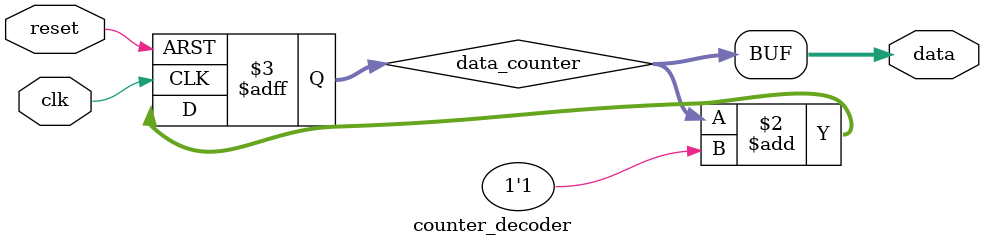
<source format=sv>
`timescale 1ns / 1ps
module counter_decoder (
    input logic clk,
    input logic reset,
    output logic [3:0] data
);
    logic [3:0] data_counter;

    always_ff @(posedge clk or posedge reset)
    begin
        if (reset) begin
            data_counter <= 4'b0000;
        end
        else begin
            data_counter <= data_counter + 1'b1;
        end
    end

    assign data = data_counter;
endmodule



</source>
